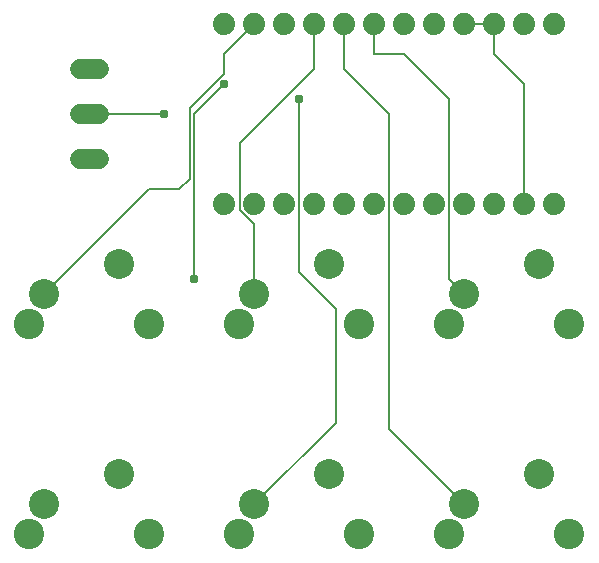
<source format=gbr>
G04 EAGLE Gerber RS-274X export*
G75*
%MOMM*%
%FSLAX34Y34*%
%LPD*%
%INBottom Copper*%
%IPPOS*%
%AMOC8*
5,1,8,0,0,1.08239X$1,22.5*%
G01*
%ADD10C,1.879600*%
%ADD11C,1.676400*%
%ADD12C,2.540000*%
%ADD13C,2.571600*%
%ADD14C,0.203200*%
%ADD15P,0.818720X8X22.500000*%


D10*
X863600Y850900D03*
X838200Y850900D03*
X812800Y850900D03*
X787400Y850900D03*
X762000Y850900D03*
X736600Y850900D03*
X711200Y850900D03*
X685800Y850900D03*
X660400Y850900D03*
X635000Y850900D03*
X609600Y850900D03*
X584200Y850900D03*
X584200Y698500D03*
X609600Y698500D03*
X635000Y698500D03*
X660400Y698500D03*
X685800Y698500D03*
X711200Y698500D03*
X736600Y698500D03*
X762000Y698500D03*
X787400Y698500D03*
X812800Y698500D03*
X838200Y698500D03*
X863600Y698500D03*
D11*
X478282Y812800D02*
X461518Y812800D01*
X461518Y774700D02*
X478282Y774700D01*
X478282Y736600D02*
X461518Y736600D01*
D12*
X431800Y622300D03*
X495300Y647700D03*
D13*
X419100Y596900D03*
X520700Y596900D03*
D12*
X609600Y622300D03*
X673100Y647700D03*
D13*
X596900Y596900D03*
X698500Y596900D03*
D12*
X787400Y622300D03*
X850900Y647700D03*
D13*
X774700Y596900D03*
X876300Y596900D03*
D12*
X431800Y444500D03*
X495300Y469900D03*
D13*
X419100Y419100D03*
X520700Y419100D03*
D12*
X609600Y444500D03*
X673100Y469900D03*
D13*
X596900Y419100D03*
X698500Y419100D03*
D12*
X787400Y444500D03*
X850900Y469900D03*
D13*
X774700Y419100D03*
X876300Y419100D03*
D14*
X812800Y850900D02*
X787400Y850900D01*
X838200Y800100D02*
X838200Y698500D01*
X838200Y800100D02*
X812800Y825500D01*
X812800Y850900D01*
D15*
X558800Y635000D03*
D14*
X558800Y774700D01*
X584200Y800100D01*
D15*
X584200Y800100D03*
D14*
X520700Y711200D02*
X431800Y622300D01*
X520700Y711200D02*
X546100Y711200D01*
X555244Y720344D01*
X584200Y809041D02*
X584200Y825500D01*
X555244Y780085D02*
X555244Y720344D01*
X555244Y780085D02*
X584200Y809041D01*
X584200Y825500D02*
X609600Y850900D01*
X647700Y640992D02*
X678878Y609814D01*
X678878Y513778D01*
X609600Y444500D01*
X647700Y640992D02*
X647700Y787400D01*
D15*
X647700Y787400D03*
D14*
X609600Y681617D02*
X609600Y622300D01*
X609600Y681617D02*
X597662Y693555D01*
X597662Y750062D01*
X660400Y812800D01*
X660400Y850900D01*
X723900Y508000D02*
X787400Y444500D01*
X723900Y508000D02*
X723900Y774700D01*
X685800Y812800D01*
X685800Y850900D01*
X774700Y635000D02*
X787400Y622300D01*
X774700Y635000D02*
X774700Y787400D01*
X736600Y825500D01*
X711200Y825500D01*
X711200Y850900D01*
D15*
X533400Y774700D03*
D14*
X469900Y774700D01*
M02*

</source>
